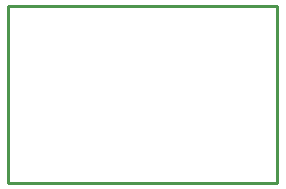
<source format=gbr>
G04 EAGLE Gerber RS-274X export*
G75*
%MOMM*%
%FSLAX34Y34*%
%LPD*%
%IN*%
%IPPOS*%
%AMOC8*
5,1,8,0,0,1.08239X$1,22.5*%
G01*
%ADD10C,0.254000*%


D10*
X-15240Y0D02*
X212600Y0D01*
X212600Y149760D01*
X-15240Y149760D01*
X-15240Y0D01*
M02*

</source>
